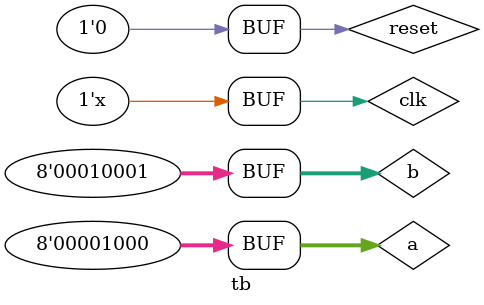
<source format=v>
module tb();
    // inputs
    reg clk;
    reg reset;
    reg [7:0] a;
    reg [7:0] b;

    // outputs
    wire [7:0] c;

    // Instantiate the Unit Under Test (UUT)
    adder uut (
        .clk(clk),
        .reset(reset),
        .a(a),
        .b(b),
        .c(c)
    );
    initial begin
         // Instantiate Inputs
         clk = 0;
         reset = 0;
         a = 0;
         b = 0;
         #10;
         reset = 1;
         #10;
         reset = 0;
         #100;
         a = 4;
         b = 7;
         #10;
         a = 8;
         b = 17;
         // Add stimulus here
    end
    always #5 clk = ~clk;
endmodule

</source>
